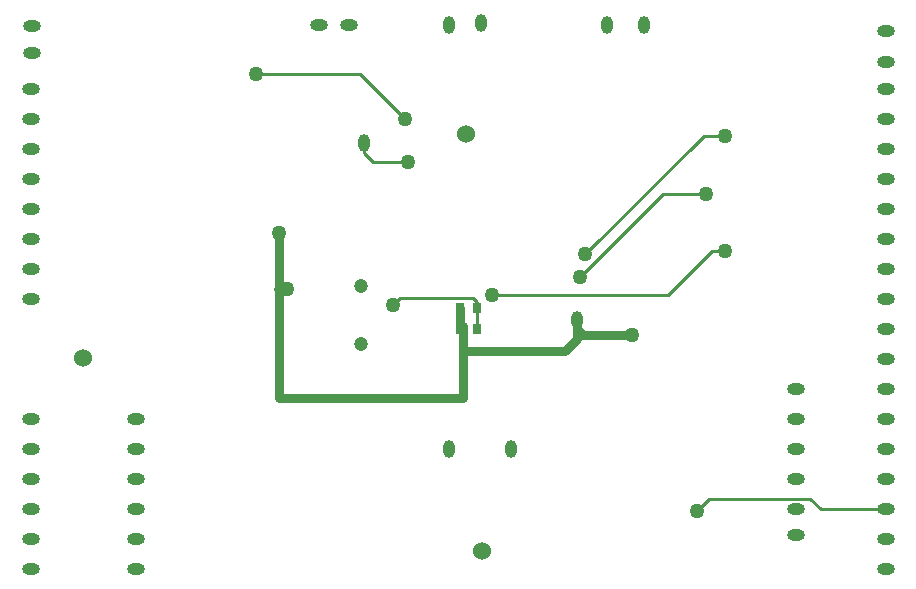
<source format=gbl>
G04 Layer_Physical_Order=2*
G04 Layer_Color=16711680*
%FSLAX25Y25*%
%MOIN*%
G70*
G01*
G75*
%ADD14R,0.03150X0.03543*%
%ADD18C,0.01000*%
%ADD19C,0.03000*%
%ADD20O,0.03937X0.05906*%
%ADD21O,0.05906X0.03937*%
%ADD22C,0.06000*%
%ADD23C,0.04724*%
%ADD24C,0.05000*%
D14*
X150244Y90000D02*
D03*
X155756D02*
D03*
X150244Y97000D02*
D03*
X155756D02*
D03*
D18*
X191900Y115100D02*
X231300Y154500D01*
X238500D01*
X234100Y116000D02*
X238500D01*
X219600Y101500D02*
X234100Y116000D01*
X190200Y107500D02*
X217700Y135000D01*
X229000Y29400D02*
X233100Y33500D01*
X266900D01*
X270400Y30000D01*
X292000D01*
X160900Y101500D02*
X219600D01*
X155756Y97000D02*
Y99000D01*
X154356Y100400D02*
X155756Y99000D01*
X130200Y100400D02*
X154356D01*
X127800Y98000D02*
X130200Y100400D01*
X155756Y90000D02*
Y97000D01*
X118000Y148800D02*
Y152000D01*
Y148800D02*
X121000Y145800D01*
X132800D01*
X217700Y135000D02*
X232000D01*
X82000Y175100D02*
X116700D01*
X131900Y159900D01*
D19*
X151128Y67000D02*
Y90884D01*
X150244Y90000D02*
X151128Y90884D01*
X89827Y67000D02*
X151128D01*
X89827D02*
Y122047D01*
Y103500D02*
Y122047D01*
X89500Y103500D02*
X92500D01*
X189000Y89953D02*
Y93000D01*
Y86600D02*
Y89953D01*
X153000Y82600D02*
X185000D01*
X150244Y90000D02*
Y97000D01*
X185000Y82600D02*
X189000Y86600D01*
Y89953D02*
X191000Y87953D01*
X207300D01*
D20*
X146500Y50000D02*
D03*
X167000D02*
D03*
X189000Y93000D02*
D03*
X211500Y191500D02*
D03*
X199000D02*
D03*
X146500D02*
D03*
X157000Y192000D02*
D03*
X118000Y152000D02*
D03*
D21*
X292000Y10000D02*
D03*
X7000D02*
D03*
Y20000D02*
D03*
Y60000D02*
D03*
Y50000D02*
D03*
Y40000D02*
D03*
Y30000D02*
D03*
X292000Y50000D02*
D03*
Y40000D02*
D03*
Y70000D02*
D03*
Y60000D02*
D03*
Y20000D02*
D03*
X262000Y30000D02*
D03*
X292000D02*
D03*
X262000Y21500D02*
D03*
Y40000D02*
D03*
X7000Y100000D02*
D03*
Y110000D02*
D03*
Y130000D02*
D03*
Y140000D02*
D03*
Y120000D02*
D03*
Y150000D02*
D03*
Y160000D02*
D03*
Y170000D02*
D03*
X113000Y191500D02*
D03*
X103000D02*
D03*
X7500Y191000D02*
D03*
Y182000D02*
D03*
X262000Y60000D02*
D03*
X292000Y80000D02*
D03*
Y90000D02*
D03*
Y120000D02*
D03*
Y130000D02*
D03*
Y140000D02*
D03*
Y150000D02*
D03*
Y160000D02*
D03*
Y170000D02*
D03*
Y179000D02*
D03*
Y189500D02*
D03*
X262000Y70000D02*
D03*
X292000Y110000D02*
D03*
X42000Y20000D02*
D03*
Y10000D02*
D03*
Y30000D02*
D03*
X292000Y100000D02*
D03*
X42000Y60000D02*
D03*
Y40000D02*
D03*
Y50000D02*
D03*
X262000D02*
D03*
D22*
X152000Y155000D02*
D03*
X157500Y16000D02*
D03*
X24500Y80500D02*
D03*
D23*
X117000Y85000D02*
D03*
Y104213D02*
D03*
D24*
X238500Y154500D02*
D03*
X92500Y103500D02*
D03*
X238500Y116000D02*
D03*
X190200Y107500D02*
D03*
X89827Y122047D02*
D03*
X191900Y115100D02*
D03*
X229000Y29400D02*
D03*
X160900Y101500D02*
D03*
X207300Y87953D02*
D03*
X127800Y98000D02*
D03*
X132800Y145800D02*
D03*
X232000Y135000D02*
D03*
X82000Y175100D02*
D03*
X131900Y159900D02*
D03*
M02*

</source>
